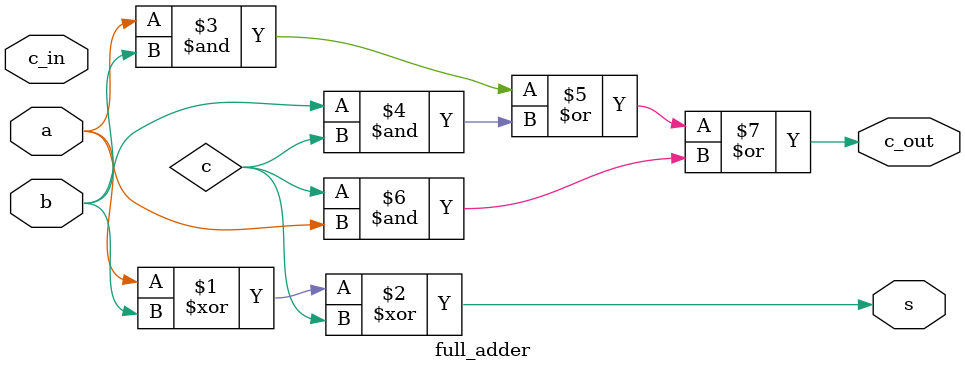
<source format=v>
/*
 *-----------------------------------------------------------------------------
 *     Copyright (C) 2022 by Dolphin Technology
 *     All right reserved.
 *
 *     Copyright Notification
 *     No part may be reproduced except as authorized by written permission.
 *
 *     Module/Class: full_adder
 *     Project     : fpga_hls_programming
 *     Author      : lampn0
 *     Created     : 2022-19-05 20:04:18
 *     Description :
 *
 *     @Last Modified by:   lampn0
 *     @Last Modified time: 2022-19-05 20:04:18
 *-----------------------------------------------------------------------------
 */
module full_adder (
  input       a     ,
  input       b     ,
  input       c_in  ,
  output wire s     ,
  output wire c_out
);

assign s = a ^ b ^ c;
assign c_out = (a&b) | (b&c) | (c&a);

endmodule : full_adder
</source>
